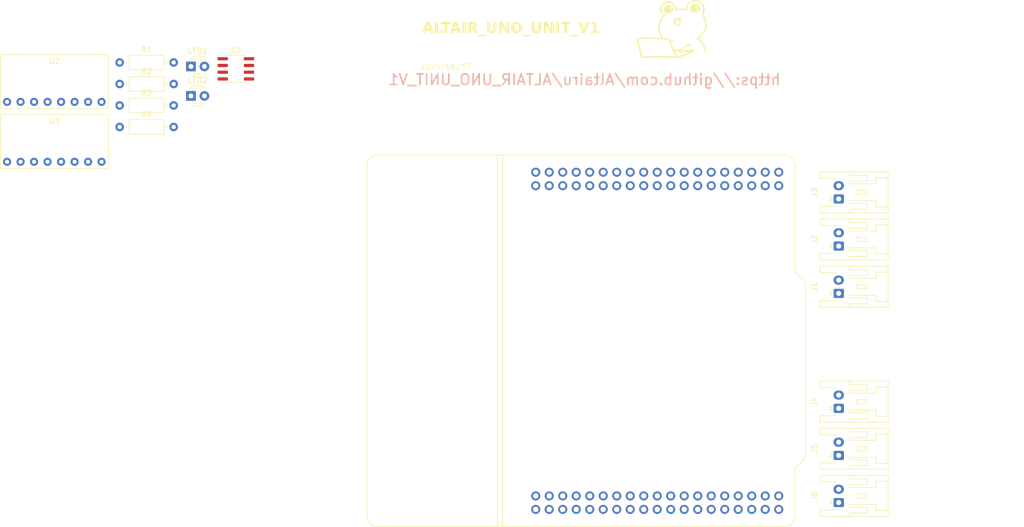
<source format=kicad_pcb>
(kicad_pcb (version 20221018) (generator pcbnew)
  (layers (0 "F.Cu" signal) (31 "B.Cu" signal) (34 "B.Paste" user) (35 "F.Paste" user) (36 "B.SilkS" user "B.Silkscreen") (37 "F.SilkS" user "F.Silkscreen") (38 "B.Mask" user) (39 "F.Mask" user) (44 "Edge.Cuts" user))
  (net 0 "")
  (net 1 "GND")
  (net 2 "+3.3V")
  (net 3 "CANH1")
  (net 4 "CANL1")
  (net 5 "CANH2")
  (net 6 "CANL2")
  (net 7 "Net-(LED2-A)")
  (net 8 "Net-(U1-PC0(PB9))")
  (net 9 "Net-(U1-PC1(PB9))")
  (net 10 "Net-(U1-PC2)")
  (net 11 "Net-(U1-PC3)")
  (net 12 "B13(CTX)")
  (net 13 "B12(CRX)")
  (net 16 "A12(CTX)")
  (net 17 "A11(CRX)")
  (net 23 "Net-(LED1-A)")
  (net 30 "+5V")
  (footprint "AltairMD_V6:altair1" (layer "F.Cu") (at 146.939 34.118756)
    (fp_text reference "G***" hide)
    (fp_text value "LOGO" hide)
  )
  (footprint "Connector_JST:JST_XA_S02B-XASK-1_1x02_P2.50mm_Horizontal" (layer "F.Cu") (at 176.38 66 90)
    (fp_text reference "J3" (at 1.25 -4.6 90) (layer "F.SilkS"))
    (fp_text value "CAN1")
    (pad "" np_thru_hole oval (at 1.25 6.5 90) (size 2.8 2) (drill oval 2.8 2) (layers "*.Cu" "*.Mask"))
    (pad "1" thru_hole roundrect (at 0 0 90) (size 1.7 1.95) (drill 0.95) (layers "*.Cu" "*.Mask") (roundrect_rratio 0.147059) (net 3 "CANH1"))
    (pad "2" thru_hole oval (at 2.5 0 90) (size 1.7 1.95) (drill 0.95) (layers "*.Cu" "*.Mask") (net 4 "CANL1"))
  )
  (footprint "Package_SO:SOIC-8_3.9x4.9mm_P1.27mm" (layer "F.Cu") (at 62.962 41.494)
    (fp_text reference "S2" (at 0 -3.4) (layer "F.SilkS"))
    (fp_text value "KHS42E")
    (pad "1" smd roundrect (at -2.475 -1.905) (size 1.95 0.6) (layers "F.Cu" "F.Paste" "F.Mask") (net 8 "Net-(U1-PC0(PB9))"))
    (pad "2" smd roundrect (at -2.475 -0.635) (size 1.95 0.6) (layers "F.Cu" "F.Paste" "F.Mask") (net 9 "Net-(U1-PC1(PB9))"))
    (pad "3" smd roundrect (at -2.475 0.635) (size 1.95 0.6) (layers "F.Cu" "F.Paste" "F.Mask") (net 10 "Net-(U1-PC2)"))
    (pad "4" smd roundrect (at -2.475 1.905) (size 1.95 0.6) (layers "F.Cu" "F.Paste" "F.Mask") (net 11 "Net-(U1-PC3)"))
    (pad "5" smd roundrect (at 2.475 1.905) (size 1.95 0.6) (layers "F.Cu" "F.Paste" "F.Mask") (net 1 "GND"))
    (pad "6" smd roundrect (at 2.475 0.635) (size 1.95 0.6) (layers "F.Cu" "F.Paste" "F.Mask") (net 1 "GND"))
    (pad "7" smd roundrect (at 2.475 -0.635) (size 1.95 0.6) (layers "F.Cu" "F.Paste" "F.Mask") (net 1 "GND"))
    (pad "8" smd roundrect (at 2.475 -1.905) (size 1.95 0.6) (layers "F.Cu" "F.Paste" "F.Mask") (net 1 "GND"))
  )
  (footprint "TJA1051:TJA1051" (layer "F.Cu") (at 28.807 42.639)
    (fp_text reference "U2" (at 0 -2.54 unlocked) (layer "F.SilkS"))
    (fp_text value "~")
    (pad "1" thru_hole circle (at -8.89 5.08) (size 1.524 1.524) (drill 0.762) (layers "*.Cu" "*.Mask") (net 2 "+3.3V"))
    (pad "2" thru_hole circle (at -6.35 5.08) (size 1.524 1.524) (drill 0.762) (layers "*.Cu" "*.Mask") (net 1 "GND"))
    (pad "3" thru_hole circle (at -3.81 5.08) (size 1.524 1.524) (drill 0.762) (layers "*.Cu" "*.Mask") (net 12 "B13(CTX)"))
    (pad "4" thru_hole circle (at -1.27 5.08) (size 1.524 1.524) (drill 0.762) (layers "*.Cu" "*.Mask") (net 13 "B12(CRX)"))
    (pad "5" thru_hole circle (at 1.27 5.08) (size 1.524 1.524) (drill 0.762) (layers "*.Cu" "*.Mask") (net 3 "CANH1"))
    (pad "6" thru_hole circle (at 3.81 5.08) (size 1.524 1.524) (drill 0.762) (layers "*.Cu" "*.Mask") (net 4 "CANL1"))
    (pad "7" thru_hole circle (at 6.35 5.08) (size 1.524 1.524) (drill 0.762) (layers "*.Cu" "*.Mask"))
    (pad "8" thru_hole circle (at 8.89 5.08) (size 1.524 1.524) (drill 0.762) (layers "*.Cu" "*.Mask"))
  )
  (footprint "Connector_JST:JST_XA_S02B-XASK-1_1x02_P2.50mm_Horizontal" (layer "F.Cu") (at 176.38 74.87 90)
    (fp_text reference "J2" (at 1.25 -4.6 90) (layer "F.SilkS"))
    (fp_text value "CAN1")
    (pad "" np_thru_hole oval (at 1.25 6.5 90) (size 2.8 2) (drill oval 2.8 2) (layers "*.Cu" "*.Mask"))
    (pad "1" thru_hole roundrect (at 0 0 90) (size 1.7 1.95) (drill 0.95) (layers "*.Cu" "*.Mask") (roundrect_rratio 0.147059) (net 3 "CANH1"))
    (pad "2" thru_hole oval (at 2.5 0 90) (size 1.7 1.95) (drill 0.95) (layers "*.Cu" "*.Mask") (net 4 "CANL1"))
  )
  (footprint "MountingHole:MountingHole_3.2mm_M3" (layer "F.Cu") (at 207.772 40.132)
    (fp_text reference "REF**" hide)
    (fp_text value "MountingHole_3.2mm_M3" hide)
    (pad "" np_thru_hole circle (at 0 0) (size 3.2 3.2) (drill 3.2) (layers "F&B.Cu" "*.Mask"))
  )
  (footprint "Resistor_THT:R_Axial_DIN0207_L6.3mm_D2.5mm_P10.16mm_Horizontal" (layer "F.Cu") (at 41.102 48.394)
    (fp_text reference "R3" (at 5.08 -2.37) (layer "F.SilkS"))
    (fp_text value "110")
    (pad "1" thru_hole circle (at 0 0) (size 1.6 1.6) (drill 0.8) (layers "*.Cu" "*.Mask") (net 3 "CANH1"))
    (pad "2" thru_hole oval (at 10.16 0) (size 1.6 1.6) (drill 0.8) (layers "*.Cu" "*.Mask") (net 4 "CANL1"))
  )
  (footprint "TJA1051:TJA1051" (layer "F.Cu") (at 28.807 53.919)
    (fp_text reference "U3" (at 0 -2.54 unlocked) (layer "F.SilkS"))
    (fp_text value "~")
    (pad "1" thru_hole circle (at -8.89 5.08) (size 1.524 1.524) (drill 0.762) (layers "*.Cu" "*.Mask") (net 2 "+3.3V"))
    (pad "2" thru_hole circle (at -6.35 5.08) (size 1.524 1.524) (drill 0.762) (layers "*.Cu" "*.Mask") (net 1 "GND"))
    (pad "3" thru_hole circle (at -3.81 5.08) (size 1.524 1.524) (drill 0.762) (layers "*.Cu" "*.Mask") (net 16 "A12(CTX)"))
    (pad "4" thru_hole circle (at -1.27 5.08) (size 1.524 1.524) (drill 0.762) (layers "*.Cu" "*.Mask") (net 17 "A11(CRX)"))
    (pad "5" thru_hole circle (at 1.27 5.08) (size 1.524 1.524) (drill 0.762) (layers "*.Cu" "*.Mask") (net 5 "CANH2"))
    (pad "6" thru_hole circle (at 3.81 5.08) (size 1.524 1.524) (drill 0.762) (layers "*.Cu" "*.Mask") (net 6 "CANL2"))
    (pad "7" thru_hole circle (at 6.35 5.08) (size 1.524 1.524) (drill 0.762) (layers "*.Cu" "*.Mask"))
    (pad "8" thru_hole circle (at 8.89 5.08) (size 1.524 1.524) (drill 0.762) (layers "*.Cu" "*.Mask"))
  )
  (footprint "Connector_JST:JST_XA_S02B-XASK-1_1x02_P2.50mm_Horizontal" (layer "F.Cu") (at 176.38 105.43 90)
    (fp_text reference "J4" (at 1.25 -4.6 90) (layer "F.SilkS"))
    (fp_text value "CAN2")
    (pad "" np_thru_hole oval (at 1.25 6.5 90) (size 2.8 2) (drill oval 2.8 2) (layers "*.Cu" "*.Mask"))
    (pad "1" thru_hole roundrect (at 0 0 90) (size 1.7 1.95) (drill 0.95) (layers "*.Cu" "*.Mask") (roundrect_rratio 0.147059) (net 5 "CANH2"))
    (pad "2" thru_hole oval (at 2.5 0 90) (size 1.7 1.95) (drill 0.95) (layers "*.Cu" "*.Mask") (net 6 "CANL2"))
  )
  (footprint "Resistor_THT:R_Axial_DIN0207_L6.3mm_D2.5mm_P10.16mm_Horizontal" (layer "F.Cu") (at 41.102 52.444)
    (fp_text reference "R4" (at 5.08 -2.37) (layer "F.SilkS"))
    (fp_text value "110")
    (pad "1" thru_hole circle (at 0 0) (size 1.6 1.6) (drill 0.8) (layers "*.Cu" "*.Mask") (net 5 "CANH2"))
    (pad "2" thru_hole oval (at 10.16 0) (size 1.6 1.6) (drill 0.8) (layers "*.Cu" "*.Mask") (net 6 "CANL2"))
  )
  (footprint "LED_THT:LED_D3.0mm" (layer "F.Cu") (at 54.512 46.594)
    (fp_text reference "LED2" (at 1.27 -2.96) (layer "F.SilkS"))
    (fp_text value "5v")
    (pad "1" thru_hole rect (at 0 0) (size 1.8 1.8) (drill 0.9) (layers "*.Cu" "*.Mask") (net 1 "GND"))
    (pad "2" thru_hole circle (at 2.54 0) (size 1.8 1.8) (drill 0.9) (layers "*.Cu" "*.Mask") (net 7 "Net-(LED2-A)"))
  )
  (footprint "Connector_JST:JST_XA_S02B-XASK-1_1x02_P2.50mm_Horizontal" (layer "F.Cu") (at 176.38 114.3 90)
    (fp_text reference "J5" (at 1.25 -4.6 90) (layer "F.SilkS"))
    (fp_text value "CAN2")
    (pad "" np_thru_hole oval (at 1.25 6.5 90) (size 2.8 2) (drill oval 2.8 2) (layers "*.Cu" "*.Mask"))
    (pad "1" thru_hole roundrect (at 0 0 90) (size 1.7 1.95) (drill 0.95) (layers "*.Cu" "*.Mask") (roundrect_rratio 0.147059) (net 5 "CANH2"))
    (pad "2" thru_hole oval (at 2.5 0 90) (size 1.7 1.95) (drill 0.95) (layers "*.Cu" "*.Mask") (net 6 "CANL2"))
  )
  (footprint "Connector_JST:JST_XA_S02B-XASK-1_1x02_P2.50mm_Horizontal" (layer "F.Cu") (at 176.38 83.78 90)
    (fp_text reference "J1" (at 1.25 -4.6 90) (layer "F.SilkS"))
    (fp_text value "CAN1")
    (pad "" np_thru_hole oval (at 1.25 6.5 90) (size 2.8 2) (drill oval 2.8 2) (layers "*.Cu" "*.Mask"))
    (pad "1" thru_hole roundrect (at 0 0 90) (size 1.7 1.95) (drill 0.95) (layers "*.Cu" "*.Mask") (roundrect_rratio 0.147059) (net 3 "CANH1"))
    (pad "2" thru_hole oval (at 2.5 0 90) (size 1.7 1.95) (drill 0.95) (layers "*.Cu" "*.Mask") (net 4 "CANL1"))
  )
  (footprint "LED_THT:LED_D3.0mm" (layer "F.Cu") (at 54.512 41.044)
    (fp_text reference "LED1" (at 1.27 -2.96) (layer "F.SilkS"))
    (fp_text value "5v")
    (pad "1" thru_hole rect (at 0 0) (size 1.8 1.8) (drill 0.9) (layers "*.Cu" "*.Mask") (net 1 "GND"))
    (pad "2" thru_hole circle (at 2.54 0) (size 1.8 1.8) (drill 0.9) (layers "*.Cu" "*.Mask") (net 23 "Net-(LED1-A)"))
  )
  (footprint "Library:STM32F446RE_Nucleo" (layer "F.Cu") (at 140.544214 93.795786 90)
    (fp_text reference "U1" hide)
    (fp_text value "~" hide)
    (pad "1" thru_hole circle (at -28.124214 -5.924214 90) (size 1.7 1.7) (drill 1) (layers "*.Cu" "*.Mask"))
    (pad "2" thru_hole circle (at -30.664214 -13.544214 90) (size 1.7 1.7) (drill 1) (layers "*.Cu" "*.Mask"))
    (pad "3" thru_hole circle (at -28.124214 -8.464214 90) (size 1.7 1.7) (drill 1) (layers "*.Cu" "*.Mask"))
    (pad "4" thru_hole circle (at 30.295786 -13.544214 90) (size 1.7 1.7) (drill 1) (layers "*.Cu" "*.Mask"))
    (pad "5" thru_hole circle (at -30.664214 -16.084214 90) (size 1.7 1.7) (drill 1) (layers "*.Cu" "*.Mask"))
    (pad "6" thru_hole circle (at -30.664214 19.475786 90) (size 1.7 1.7) (drill 1) (layers "*.Cu" "*.Mask"))
    (pad "7" thru_hole circle (at -28.124214 6.775786 90) (size 1.7 1.7) (drill 1) (layers "*.Cu" "*.Mask"))
    (pad "8" thru_hole circle (at 32.835786 -13.544214 90) (size 1.7 1.7) (drill 1) (layers "*.Cu" "*.Mask") (net 30 "+5V"))
    (pad "9" thru_hole circle (at -28.124214 -16.084214 90) (size 1.7 1.7) (drill 1) (layers "*.Cu" "*.Mask") (net 30 "+5V"))
    (pad "10" thru_hole circle (at -28.124214 -0.844214 90) (size 1.7 1.7) (drill 1) (layers "*.Cu" "*.Mask") (net 30 "+5V"))
    (pad "11" thru_hole circle (at -28.124214 -3.384214 90) (size 1.7 1.7) (drill 1) (layers "*.Cu" "*.Mask") (net 2 "+3.3V"))
    (pad "12" thru_hole circle (at -28.124214 11.855786 90) (size 1.7 1.7) (drill 1) (layers "*.Cu" "*.Mask"))
    (pad "13" thru_hole circle (at -28.124214 14.395786 90) (size 1.7 1.7) (drill 1) (layers "*.Cu" "*.Mask"))
    (pad "14" thru_hole circle (at 30.295786 22.015786 90) (size 1.7 1.7) (drill 1) (layers "*.Cu" "*.Mask"))
    (pad "15" thru_hole circle (at 30.295786 24.555786 90) (size 1.7 1.7) (drill 1) (layers "*.Cu" "*.Mask"))
    (pad "16" thru_hole circle (at -28.124214 16.935786 90) (size 1.7 1.7) (drill 1) (layers "*.Cu" "*.Mask"))
    (pad "17" thru_hole circle (at 30.295786 -8.464214 90) (size 1.7 1.7) (drill 1) (layers "*.Cu" "*.Mask"))
    (pad "18" thru_hole circle (at 30.295786 -5.924214 90) (size 1.7 1.7) (drill 1) (layers "*.Cu" "*.Mask"))
    (pad "19" thru_hole circle (at 30.295786 -3.384214 90) (size 1.7 1.7) (drill 1) (layers "*.Cu" "*.Mask"))
    (pad "20" thru_hole circle (at 30.295786 6.775786 90) (size 1.7 1.7) (drill 1) (layers "*.Cu" "*.Mask"))
    (pad "21" thru_hole circle (at 30.295786 4.235786 90) (size 1.7 1.7) (drill 1) (layers "*.Cu" "*.Mask"))
    (pad "22" thru_hole circle (at 30.295786 19.475786 90) (size 1.7 1.7) (drill 1) (layers "*.Cu" "*.Mask"))
    (pad "23" thru_hole circle (at 32.835786 -5.924214 90) (size 1.7 1.7) (drill 1) (layers "*.Cu" "*.Mask") (net 17 "A11(CRX)"))
    (pad "24" thru_hole circle (at 32.835786 -8.464214 90) (size 1.7 1.7) (drill 1) (layers "*.Cu" "*.Mask") (net 16 "A12(CTX)"))
    (pad "25" thru_hole circle (at -30.664214 -5.924214 90) (size 1.7 1.7) (drill 1) (layers "*.Cu" "*.Mask"))
    (pad "26" thru_hole circle (at -30.664214 -3.384214 90) (size 1.7 1.7) (drill 1) (layers "*.Cu" "*.Mask"))
    (pad "27" thru_hole circle (at -30.664214 -0.844214 90) (size 1.7 1.7) (drill 1) (layers "*.Cu" "*.Mask"))
    (pad "28" thru_hole circle (at -28.124214 -18.624214 90) (size 1.7 1.7) (drill 1) (layers "*.Cu" "*.Mask"))
    (pad "29" thru_hole circle (at -30.664214 14.395786 90) (size 1.7 1.7) (drill 1) (layers "*.Cu" "*.Mask"))
    (pad "30" thru_hole circle (at -30.664214 16.935786 90) (size 1.7 1.7) (drill 1) (layers "*.Cu" "*.Mask"))
    (pad "31" thru_hole circle (at -28.124214 19.475786 90) (size 1.7 1.7) (drill 1) (layers "*.Cu" "*.Mask"))
    (pad "32" thru_hole circle (at 32.835786 6.775786 90) (size 1.7 1.7) (drill 1) (layers "*.Cu" "*.Mask"))
    (pad "33" thru_hole circle (at 32.835786 4.235786 90) (size 1.7 1.7) (drill 1) (layers "*.Cu" "*.Mask"))
    (pad "34" thru_hole circle (at 30.295786 16.935786 90) (size 1.7 1.7) (drill 1) (layers "*.Cu" "*.Mask"))
    (pad "35" thru_hole circle (at 30.295786 11.855786 90) (size 1.7 1.7) (drill 1) (layers "*.Cu" "*.Mask"))
    (pad "36" thru_hole circle (at 30.295786 14.395786 90) (size 1.7 1.7) (drill 1) (layers "*.Cu" "*.Mask"))
    (pad "37" thru_hole circle (at 30.295786 -0.844214 90) (size 1.7 1.7) (drill 1) (layers "*.Cu" "*.Mask"))
    (pad "38" thru_hole circle (at -30.664214 4.235786 90) (size 1.7 1.7) (drill 1) (layers "*.Cu" "*.Mask"))
    (pad "39" thru_hole circle (at 30.295786 -18.624214 90) (size 1.7 1.7) (drill 1) (layers "*.Cu" "*.Mask"))
    (pad "40" thru_hole circle (at 30.295786 -16.084214 90) (size 1.7 1.7) (drill 1) (layers "*.Cu" "*.Mask"))
    (pad "41" thru_hole circle (at 30.295786 9.315786 90) (size 1.7 1.7) (drill 1) (layers "*.Cu" "*.Mask"))
    (pad "42" thru_hole circle (at 32.835786 -3.384214 90) (size 1.7 1.7) (drill 1) (layers "*.Cu" "*.Mask") (net 13 "B12(CRX)"))
    (pad "43" thru_hole circle (at 32.835786 14.395786 90) (size 1.7 1.7) (drill 1) (layers "*.Cu" "*.Mask") (net 12 "B13(CTX)"))
    (pad "44" thru_hole circle (at 32.835786 11.855786 90) (size 1.7 1.7) (drill 1) (layers "*.Cu" "*.Mask"))
    (pad "45" thru_hole circle (at 32.835786 9.315786 90) (size 1.7 1.7) (drill 1) (layers "*.Cu" "*.Mask"))
    (pad "46" thru_hole circle (at -28.124214 24.555786 90) (size 1.7 1.7) (drill 1) (layers "*.Cu" "*.Mask") (net 8 "Net-(U1-PC0(PB9))"))
    (pad "47" thru_hole circle (at -28.124214 22.015786 90) (size 1.7 1.7) (drill 1) (layers "*.Cu" "*.Mask") (net 9 "Net-(U1-PC1(PB9))"))
    (pad "48" thru_hole circle (at -30.664214 22.015786 90) (size 1.7 1.7) (drill 1) (layers "*.Cu" "*.Mask") (net 10 "Net-(U1-PC2)"))
    (pad "49" thru_hole circle (at -30.664214 24.555786 90) (size 1.7 1.7) (drill 1) (layers "*.Cu" "*.Mask") (net 11 "Net-(U1-PC3)"))
    (pad "50" thru_hole circle (at 32.835786 19.475786 90) (size 1.7 1.7) (drill 1) (layers "*.Cu" "*.Mask"))
    (pad "51" thru_hole circle (at 32.835786 -16.084214 90) (size 1.7 1.7) (drill 1) (layers "*.Cu" "*.Mask"))
    (pad "52" thru_hole circle (at 32.835786 -18.624214 90) (size 1.7 1.7) (drill 1) (layers "*.Cu" "*.Mask"))
    (pad "53" thru_hole circle (at 30.295786 1.695786 90) (size 1.7 1.7) (drill 1) (layers "*.Cu" "*.Mask"))
    (pad "54" thru_hole circle (at 32.835786 -21.164214 90) (size 1.7 1.7) (drill 1) (layers "*.Cu" "*.Mask"))
    (pad "55" thru_hole circle (at 30.295786 -21.164214 90) (size 1.7 1.7) (drill 1) (layers "*.Cu" "*.Mask"))
    (pad "56" thru_hole circle (at -30.664214 -21.164214 90) (size 1.7 1.7) (drill 1) (layers "*.Cu" "*.Mask"))
    (pad "57" thru_hole circle (at -28.124214 -21.164214 90) (size 1.7 1.7) (drill 1) (layers "*.Cu" "*.Mask"))
    (pad "58" thru_hole circle (at -30.664214 -18.624214 90) (size 1.7 1.7) (drill 1) (layers "*.Cu" "*.Mask"))
    (pad "59" thru_hole circle (at -30.664214 6.775786 90) (size 1.7 1.7) (drill 1) (layers "*.Cu" "*.Mask"))
    (pad "60" thru_hole circle (at -30.664214 9.315786 90) (size 1.7 1.7) (drill 1) (layers "*.Cu" "*.Mask"))
    (pad "61" thru_hole circle (at -30.664214 11.855786 90) (size 1.7 1.7) (drill 1) (layers "*.Cu" "*.Mask"))
    (pad "62" thru_hole circle (at -30.664214 1.695786 90) (size 1.7 1.7) (drill 1) (layers "*.Cu" "*.Mask") (net 1 "GND"))
    (pad "62" thru_hole circle (at -28.124214 -13.544214 90) (size 1.7 1.7) (drill 1) (layers "*.Cu" "*.Mask") (net 1 "GND"))
    (pad "62" thru_hole circle (at -28.124214 1.695786 90) (size 1.7 1.7) (drill 1) (layers "*.Cu" "*.Mask") (net 1 "GND"))
    (pad "62" thru_hole circle (at -28.124214 4.235786 90) (size 1.7 1.7) (drill 1) (layers "*.Cu" "*.Mask") (net 1 "GND"))
    (pad "62" thru_hole circle (at 30.295786 -11.004214 90) (size 1.7 1.7) (drill 1) (layers "*.Cu" "*.Mask") (net 1 "GND"))
    (pad "62" thru_hole circle (at 32.835786 1.695786 90) (size 1.7 1.7) (drill 1) (layers "*.Cu" "*.Mask") (net 1 "GND"))
    (pad "62" thru_hole circle (at 32.835786 16.935786 90) (size 1.7 1.7) (drill 1) (layers "*.Cu" "*.Mask") (net 1 "GND"))
    (pad "63" thru_hole circle (at -30.664214 -8.464214 90) (size 1.7 1.7) (drill 1) (layers "*.Cu" "*.Mask"))
    (pad "64" thru_hole circle (at -28.124214 -11.004214 90) (size 1.7 1.7) (drill 1) (layers "*.Cu" "*.Mask"))
    (pad "65" thru_hole circle (at -30.664214 -11.004214 90) (size 1.7 1.7) (drill 1) (layers "*.Cu" "*.Mask"))
    (pad "66" thru_hole circle (at -28.124214 9.315786 90) (size 1.7 1.7) (drill 1) (layers "*.Cu" "*.Mask"))
    (pad "67" thru_hole circle (at 32.835786 -11.004214 90) (size 1.7 1.7) (drill 1) (layers "*.Cu" "*.Mask"))
    (pad "68" thru_hole circle (at 32.835786 -0.844214 90) (size 1.7 1.7) (drill 1) (layers "*.Cu" "*.Mask"))
    (pad "69" thru_hole circle (at 32.835786 22.015786 90) (size 1.7 1.7) (drill 1) (layers "*.Cu" "*.Mask"))
    (pad "70" thru_hole circle (at 32.835786 24.555786 90) (size 1.7 1.7) (drill 1) (layers "*.Cu" "*.Mask"))
  )
  (footprint "Resistor_THT:R_Axial_DIN0207_L6.3mm_D2.5mm_P10.16mm_Horizontal" (layer "F.Cu") (at 41.102 44.344)
    (fp_text reference "R2" (at 5.08 -2.37) (layer "F.SilkS"))
    (fp_text value "4.7k")
    (pad "1" thru_hole circle (at 0 0) (size 1.6 1.6) (drill 0.8) (layers "*.Cu" "*.Mask") (net 7 "Net-(LED2-A)"))
    (pad "2" thru_hole oval (at 10.16 0) (size 1.6 1.6) (drill 0.8) (layers "*.Cu" "*.Mask") (net 2 "+3.3V"))
  )
  (footprint "Resistor_THT:R_Axial_DIN0207_L6.3mm_D2.5mm_P10.16mm_Horizontal" (layer "F.Cu") (at 41.102 40.294)
    (fp_text reference "R1" (at 5.08 -2.37) (layer "F.SilkS"))
    (fp_text value "4.7k")
    (pad "1" thru_hole circle (at 0 0) (size 1.6 1.6) (drill 0.8) (layers "*.Cu" "*.Mask") (net 23 "Net-(LED1-A)"))
    (pad "2" thru_hole oval (at 10.16 0) (size 1.6 1.6) (drill 0.8) (layers "*.Cu" "*.Mask") (net 30 "+5V"))
  )
  (footprint "Connector_JST:JST_XA_S02B-XASK-1_1x02_P2.50mm_Horizontal" (layer "F.Cu") (at 176.38 123.17 90)
    (fp_text reference "J6" (at 1.25 -4.6 90) (layer "F.SilkS"))
    (fp_text value "CAN2")
    (pad "" np_thru_hole oval (at 1.25 6.5 90) (size 2.8 2) (drill oval 2.8 2) (layers "*.Cu" "*.Mask"))
    (pad "1" thru_hole roundrect (at 0 0 90) (size 1.7 1.95) (drill 0.95) (layers "*.Cu" "*.Mask") (roundrect_rratio 0.147059) (net 5 "CANH2"))
    (pad "2" thru_hole oval (at 2.5 0 90) (size 1.7 1.95) (drill 0.95) (layers "*.Cu" "*.Mask") (net 6 "CANL2"))
  )
  (gr_text "https://github.com/Altairu/ALTAIR_UNO_UNIT_V1\n" (at 165.608 44.704) (layer "B.SilkS") (effects (font (size 2 2) (thickness 0.3)) (justify left bottom mirror)))
  (gr_text "2024/06/17" (at 97.536 41.656) (layer "F.SilkS") (effects (font (size 1 1) (thickness 0.1)) (justify left bottom)))
  (gr_text "ALTAIR_UNO_UNIT_V1" (at 98.044 35.052) (layer "F.SilkS") (effects (font (size 2 2) (thickness 0.3) bold) (justify left bottom)))
)
</source>
